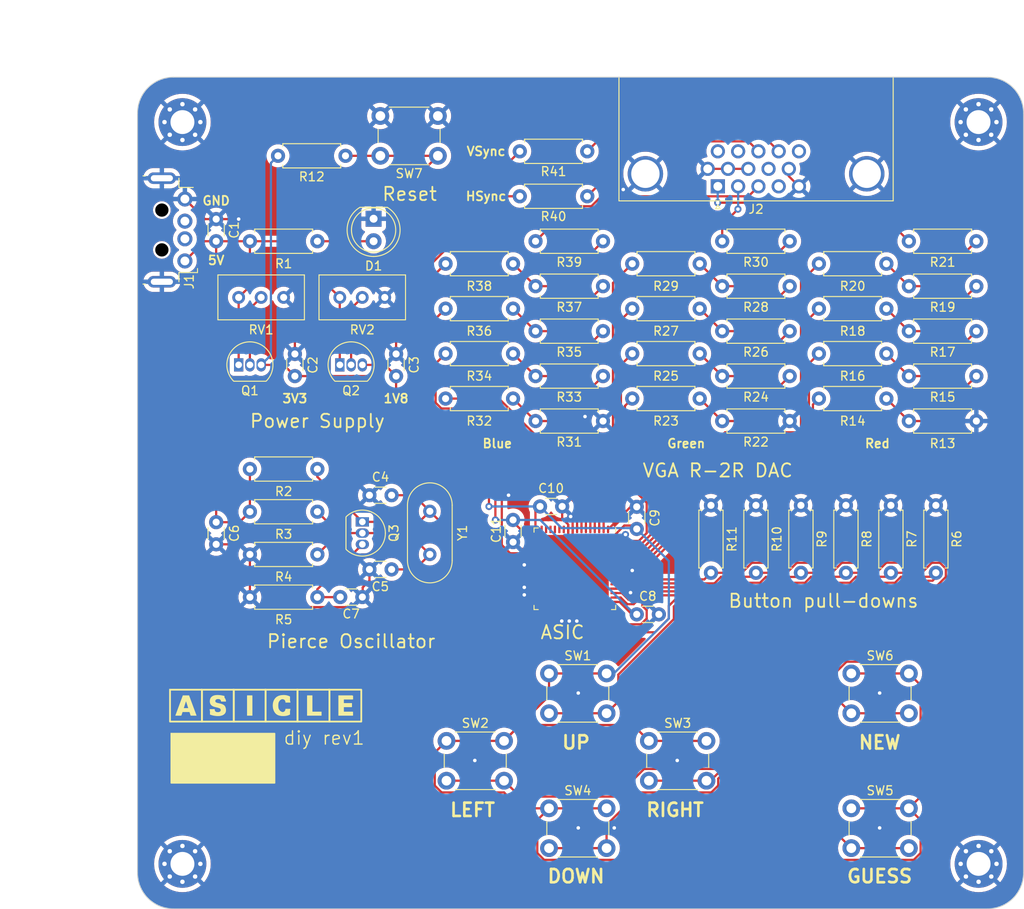
<source format=kicad_pcb>
(kicad_pcb (version 20240108) (generator "pcbnew") (generator_version "8.0")
  (layers (0 "F.Cu" signal) (31 "B.Cu" signal) (34 "B.Paste" user) (35 "F.Paste" user) (36 "B.SilkS" user "B.Silkscreen") (37 "F.SilkS" user "F.Silkscreen") (38 "B.Mask" user) (39 "F.Mask" user) (44 "Edge.Cuts" user))
  (net 0 "")
  (net 1 "+5V")
  (net 2 "GND")
  (net 3 "+3V3")
  (net 4 "+1V8")
  (net 5 "CLK")
  (net 6 "Net-(Q3-B)")
  (net 7 "Net-(Q3-E)")
  (net 8 "Net-(D1-A)")
  (net 11 "VGA_RED")
  (net 12 "VGA_GREEN")
  (net 13 "VGA_BLUE")
  (net 18 "VGA_HSYNC")
  (net 19 "VGA_VSYNC")
  (net 21 "Net-(Q1-B)")
  (net 22 "Net-(Q2-B)")
  (net 23 "IN_UP")
  (net 24 "IN_LEFT")
  (net 25 "IN_RIGHT")
  (net 26 "IN_DOWN")
  (net 27 "IN_GUESS")
  (net 28 "IN_NEW")
  (net 29 "~{RST}")
  (net 30 "Net-(R13-Pad1)")
  (net 31 "OUT_R0")
  (net 32 "Net-(R15-Pad2)")
  (net 33 "OUT_R1")
  (net 34 "OUT_R2")
  (net 35 "Net-(R17-Pad2)")
  (net 36 "OUT_R3")
  (net 37 "Net-(R19-Pad2)")
  (net 38 "OUT_G0")
  (net 39 "OUT_G1")
  (net 40 "OUT_G2")
  (net 41 "Net-(R24-Pad2)")
  (net 42 "OUT_G3")
  (net 43 "OUT_B0")
  (net 44 "OUT_B1")
  (net 45 "OUT_B2")
  (net 46 "Net-(R33-Pad2)")
  (net 47 "OUT_B3")
  (net 48 "OUT_HS")
  (net 49 "OUT_VS")
  (net 74 "Net-(R26-Pad2)")
  (net 75 "Net-(R28-Pad2)")
  (net 76 "Net-(R35-Pad2)")
  (net 77 "Net-(R37-Pad2)")
  (net 78 "Net-(R22-Pad2)")
  (net 79 "Net-(R31-Pad2)")
  (footprint "MountingHole:MountingHole_2.7mm_M2.5_Pad_Via" (layer "F.Cu") (at 57.15 121.158)
    (property "Reference" "H3" (hide yes))
    (property "Value" "MountingHole")
  )
  (footprint "Resistor_THT:R_Axial_DIN0207_L6.3mm_D2.5mm_P7.62mm_Horizontal" (layer "F.Cu") (at 86.868 68.58)
    (property "Reference" "R32")
    (property "Value" "680")
  )
  (footprint "Resistor_THT:R_Axial_DIN0207_L6.3mm_D2.5mm_P7.62mm_Horizontal" (layer "F.Cu") (at 129.032 58.42)
    (property "Reference" "R18")
    (property "Value" "680")
  )
  (footprint "Resistor_THT:R_Axial_DIN0207_L6.3mm_D2.5mm_P7.62mm_Horizontal" (layer "F.Cu") (at 95.25 40.64)
    (property "Reference" "R41")
    (property "Value" "100")
  )
  (footprint "Resistor_THT:R_Axial_DIN0207_L6.3mm_D2.5mm_P7.62mm_Horizontal" (layer "F.Cu") (at 104.648 66.04 180)
    (property "Reference" "R33")
    (property "Value" "270")
  )
  (footprint "User:Asicle_Logo_Subtracted" (layer "F.Cu") (at 66.548 103.378)
    (property "Reference" "G*****" (hide yes))
    (property "Value" "Asicle_Logo_Subtracted" (hide yes))
  )
  (footprint "Resistor_THT:R_Axial_DIN0207_L6.3mm_D2.5mm_P7.62mm_Horizontal" (layer "F.Cu") (at 146.812 50.8 180)
    (property "Reference" "R21")
    (property "Value" "100")
  )
  (footprint "MountingHole:MountingHole_2.7mm_M2.5_Pad_Via" (layer "F.Cu") (at 57.15 37.338)
    (property "Reference" "H1" (hide yes))
    (property "Value" "MountingHole")
  )
  (footprint "Resistor_THT:R_Axial_DIN0207_L6.3mm_D2.5mm_P7.62mm_Horizontal" (layer "F.Cu") (at 125.73 55.88 180)
    (property "Reference" "R28")
    (property "Value" "270")
  )
  (footprint "Resistor_THT:R_Axial_DIN0207_L6.3mm_D2.5mm_P7.62mm_Horizontal" (layer "F.Cu") (at 121.92 80.645 -90)
    (property "Reference" "R10")
    (property "Value" "47k")
  )
  (footprint "Capacitor_THT:C_Disc_D3.0mm_W1.6mm_P2.50mm" (layer "F.Cu") (at 60.96 50.8 90)
    (property "Reference" "C1")
    (property "Value" "100n")
  )
  (footprint "Package_TO_SOT_THT:TO-92_Inline" (layer "F.Cu") (at 77.47 82.51 -90)
    (property "Reference" "Q3")
    (property "Value" "BC548")
  )
  (footprint "Button_Switch_THT:SW_PUSH_6mm" (layer "F.Cu") (at 132.692 99.64)
    (property "Reference" "SW6")
    (property "Value" "New")
  )
  (footprint "MountingHole:MountingHole_2.7mm_M2.5_Pad_Via" (layer "F.Cu") (at 147.059 37.338)
    (property "Reference" "H2" (hide yes))
    (property "Value" "MountingHole")
  )
  (footprint "Potentiometer_THT:Potentiometer_Bourns_3296W_Vertical" (layer "F.Cu") (at 63.5 57.15 180)
    (property "Reference" "RV1")
    (property "Value" "5k")
  )
  (footprint "Package_TO_SOT_THT:TO-92_Inline" (layer "F.Cu") (at 63.5 64.77)
    (property "Reference" "Q1")
    (property "Value" "BC548")
  )
  (footprint "Capacitor_THT:C_Disc_D3.0mm_W1.6mm_P2.50mm" (layer "F.Cu") (at 108.458 80.812 -90)
    (property "Reference" "C9")
    (property "Value" "100n")
  )
  (footprint "Resistor_THT:R_Axial_DIN0207_L6.3mm_D2.5mm_P7.62mm_Horizontal" (layer "F.Cu") (at 107.95 68.58)
    (property "Reference" "R23")
    (property "Value" "680")
  )
  (footprint "Resistor_THT:R_Axial_DIN0207_L6.3mm_D2.5mm_P7.62mm_Horizontal" (layer "F.Cu") (at 132.08 80.645 -90)
    (property "Reference" "R8")
    (property "Value" "47k")
  )
  (footprint "Resistor_THT:R_Axial_DIN0207_L6.3mm_D2.5mm_P7.62mm_Horizontal" (layer "F.Cu") (at 95.25 45.72)
    (property "Reference" "R40")
    (property "Value" "100")
  )
  (footprint "Capacitor_THT:C_Disc_D3.0mm_W1.6mm_P2.50mm" (layer "F.Cu") (at 81.28 66.04 90)
    (property "Reference" "C3")
    (property "Value" "100n")
  )
  (footprint "Package_TO_SOT_THT:TO-92_Inline" (layer "F.Cu") (at 74.93 64.77)
    (property "Reference" "Q2")
    (property "Value" "BC548")
  )
  (footprint "Resistor_THT:R_Axial_DIN0207_L6.3mm_D2.5mm_P7.62mm_Horizontal" (layer "F.Cu") (at 125.73 60.96 180)
    (property "Reference" "R26")
    (property "Value" "270")
  )
  (footprint "Capacitor_THT:C_Disc_D3.0mm_W1.6mm_P2.50mm" (layer "F.Cu") (at 78.272 79.502)
    (property "Reference" "C4")
    (property "Value" "22p")
  )
  (footprint "Resistor_THT:R_Axial_DIN0207_L6.3mm_D2.5mm_P7.62mm_Horizontal" (layer "F.Cu") (at 125.73 50.8 180)
    (property "Reference" "R30")
    (property "Value" "100")
  )
  (footprint "Resistor_THT:R_Axial_DIN0207_L6.3mm_D2.5mm_P7.62mm_Horizontal" (layer "F.Cu") (at 107.95 53.34)
    (property "Reference" "R29")
    (property "Value" "680")
  )
  (footprint "Resistor_THT:R_Axial_DIN0207_L6.3mm_D2.5mm_P7.62mm_Horizontal" (layer "F.Cu") (at 107.95 63.5)
    (property "Reference" "R25")
    (property "Value" "680")
  )
  (footprint "Capacitor_THT:C_Disc_D3.0mm_W1.6mm_P2.50mm" (layer "F.Cu") (at 69.85 66.04 90)
    (property "Reference" "C2")
    (property "Value" "100n")
  )
  (footprint "Resistor_THT:R_Axial_DIN0207_L6.3mm_D2.5mm_P7.62mm_Horizontal" (layer "F.Cu") (at 107.95 58.42)
    (property "Reference" "R27")
    (property "Value" "680")
  )
  (footprint "Button_Switch_THT:SW_PUSH_6mm" (layer "F.Cu") (at 86.972 107.26)
    (property "Reference" "SW2")
    (property "Value" "Left")
  )
  (footprint "Resistor_THT:R_Axial_DIN0207_L6.3mm_D2.5mm_P7.62mm_Horizontal" (layer "F.Cu") (at 64.77 81.367)
    (property "Reference" "R3")
    (property "Value" "47k")
  )
  (footprint "Resistor_THT:R_Axial_DIN0207_L6.3mm_D2.5mm_P7.62mm_Horizontal" (layer "F.Cu") (at 86.868 63.5)
    (property "Reference" "R34")
    (property "Value" "680")
  )
  (footprint "Resistor_THT:R_Axial_DIN0207_L6.3mm_D2.5mm_P7.62mm_Horizontal" (layer "F.Cu") (at 104.648 71.12 180)
    (property "Reference" "R31")
    (property "Value" "680")
  )
  (footprint "Button_Switch_THT:SW_PUSH_6mm" (layer "F.Cu") (at 98.552 99.64)
    (property "Reference" "SW1")
    (property "Value" "Up")
  )
  (footprint "Resistor_THT:R_Axial_DIN0207_L6.3mm_D2.5mm_P7.62mm_Horizontal" (layer "F.Cu") (at 104.648 50.8 180)
    (property "Reference" "R39")
    (property "Value" "100")
  )
  (footprint "User:USB_A_LC_THT" (layer "F.Cu") (at 46.452 49.53 180)
    (property "Reference" "J1")
    (property "Value" "USB_A")
  )
  (footprint "Resistor_THT:R_Axial_DIN0207_L6.3mm_D2.5mm_P7.62mm_Horizontal" (layer "F.Cu") (at 146.812 55.88 180)
    (property "Reference" "R19")
    (property "Value" "270")
  )
  (footprint "Capacitor_THT:C_Disc_D3.0mm_W1.6mm_P2.50mm" (layer "F.Cu") (at 60.96 82.55 -90)
    (property "Reference" "C6")
    (property "Value" "100n")
  )
  (footprint "Button_Switch_THT:SW_PUSH_6mm" (layer "F.Cu") (at 86.002 41.148 180)
    (property "Reference" "SW7")
    (property "Value" "Reset")
  )
  (footprint "Crystal:Crystal_HC49-U_Vertical" (layer "F.Cu") (at 85.09 86.193 90)
    (property "Reference" "Y1")
    (property "Value" "25MHz")
  )
  (footprint "Capacitor_THT:C_Disc_D3.0mm_W1.6mm_P2.50mm" (layer "F.Cu") (at 78.272 87.884)
    (property "Reference" "C5")
    (property "Value" "22p")
  )
  (footprint "Resistor_THT:R_Axial_DIN0207_L6.3mm_D2.5mm_P7.62mm_Horizontal" (layer "F.Cu") (at 125.73 71.12 180)
    (property "Reference" "R22")
    (property "Value" "680")
  )
  (footprint "Resistor_THT:R_Axial_DIN0207_L6.3mm_D2.5mm_P7.62mm_Horizontal" (layer "F.Cu") (at 64.77 86.193)
    (property "Reference" "R4")
    (property "Value" "20k")
  )
  (footprint "LED_THT:LED_D5.0mm" (layer "F.Cu") (at 78.74 48.26 -90)
    (property "Reference" "D1")
    (property "Value" "LED")
  )
  (footprint "Resistor_THT:R_Axial_DIN0207_L6.3mm_D2.5mm_P7.62mm_Horizontal" (layer "F.Cu") (at 137.16 80.645 -90)
    (property "Reference" "R7")
    (property "Value" "47k")
  )
  (footprint "Resistor_THT:R_Axial_DIN0207_L6.3mm_D2.5mm_P7.62mm_Horizontal" (layer "F.Cu") (at 129.032 63.5)
    (property "Reference" "R16")
    (property "Value" "680")
  )
  (footprint "Resistor_THT:R_Axial_DIN0207_L6.3mm_D2.5mm_P7.62mm_Horizontal" (layer "F.Cu") (at 116.84 80.645 -90)
    (property "Reference" "R11")
    (property "Value" "47k")
  )
  (footprint "Resistor_THT:R_Axial_DIN0207_L6.3mm_D2.5mm_P7.62mm_Horizontal" (layer "F.Cu") (at 129.032 53.34)
    (property "Reference" "R20")
    (property "Value" "680")
  )
  (footprint "Resistor_THT:R_Axial_DIN0207_L6.3mm_D2.5mm_P7.62mm_Horizontal" (layer "F.Cu") (at 75.565 41.148 180)
    (property "Reference" "R12")
    (property "Value" "47k")
  )
  (footprint "Resistor_THT:R_Axial_DIN0207_L6.3mm_D2.5mm_P7.62mm_Horizontal" (layer "F.Cu") (at 146.812 66.04 180)
    (property "Reference" "R15")
    (property "Value" "270")
  )
  (footprint "Resistor_THT:R_Axial_DIN0207_L6.3mm_D2.5mm_P7.62mm_Horizontal" (layer "F.Cu") (at 64.77 91.019)
    (property "Reference" "R5")
    (property "Value" "1k")
  )
  (footprint "Resistor_THT:R_Axial_DIN0207_L6.3mm_D2.5mm_P7.62mm_Horizontal" (layer "F.Cu") (at 104.648 60.96 180)
    (property "Reference" "R35")
    (property "Value" "270")
  )
  (footprint "Capacitor_THT:C_Disc_D3.0mm_W1.6mm_P2.50mm" (layer "F.Cu") (at 108.458 92.964)
    (property "Reference" "C8")
    (property "Value" "100n")
  )
  (footprint "Button_Switch_THT:SW_PUSH_6mm" (layer "F.Cu") (at 132.692 114.88)
    (property "Reference" "SW5")
    (property "Value" "Guess")
  )
  (footprint "Connector_Dsub:DSUB-15-HD_Female_Horizontal_P2.29x1.98mm_EdgePinOffset8.35mm_Housed_MountingHolesOffset10.89mm" (layer "F.Cu") (at 117.62 44.6 180)
    (property "Reference" "J2")
    (property "Value" "DE15_Receptacle_HighDensity_MountingHoles")
  )
  (footprint "Resistor_THT:R_Axial_DIN0207_L6.3mm_D2.5mm_P7.62mm_Horizontal" (layer "F.Cu") (at 86.868 58.42)
    (property "Reference" "R36")
    (property "Value" "680")
  )
  (footprint "Resistor_THT:R_Axial_DIN0207_L6.3mm_D2.5mm_P7.62mm_Horizontal" (layer "F.Cu") (at 129.032 68.58)
    (property "Reference" "R14")
    (property "Value" "680")
  )
  (footprint "Resistor_THT:R_Axial_DIN0207_L6.3mm_D2.5mm_P7.62mm_Horizontal" (layer "F.Cu") (at 125.73 66.04 180)
    (property "Reference" "R24")
    (property "Value" "270")
  )
  (footprint "Capacitor_THT:C_Disc_D3.0mm_W1.6mm_P2.50mm" (layer "F.Cu") (at 97.536 80.772)
    (property "Reference" "C10")
    (property "Value" "100n")
  )
  (footprint "Resistor_THT:R_Axial_DIN0207_L6.3mm_D2.5mm_P7.62mm_Horizontal" (layer "F.Cu") (at 104.648 55.88 180)
    (property "Reference" "R37")
    (property "Value" "270")
  )
  (footprint "Resistor_THT:R_Axial_DIN0207_L6.3mm_D2.5mm_P7.62mm_Horizontal" (layer "F.Cu") (at 127 80.645 -90)
    (property "Reference" "R9")
    (property "Value" "47k")
  )
  (footprint "Resistor_THT:R_Axial_DIN0207_L6.3mm_D2.5mm_P7.62mm_Horizontal" (layer "F.Cu") (at 139.192 71.12)
    (property "Reference" "R13")
    (property "Value" "680")
  )
  (footprint "MountingHole:MountingHole_2.7mm_M2.5_Pad_Via" (layer "F.Cu") (at 147.066 121.158)
    (property "Reference" "H4" (hide yes))
    (property "Value" "MountingHole")
  )
  (footprint "Resistor_THT:R_Axial_DIN0207_L6.3mm_D2.5mm_P7.62mm_Horizontal" (layer "F.Cu") (at 86.868 53.34)
    (property "Reference" "R38")
    (property "Value" "680")
  )
  (footprint "Resistor_THT:R_Axial_DIN0207_L6.3mm_D2.5mm_P7.62mm_Horizontal" (layer "F.Cu") (at 64.77 50.8)
    (property "Reference" "R1")
    (property "Value" "200")
  )
  (footprint "Button_Switch_THT:SW_PUSH_6mm" (layer "F.Cu") (at 98.552 114.88)
    (property "Reference" "SW4")
    (property "Value" "Down")
  )
  (footprint "Resistor_THT:R_Axial_DIN0207_L6.3mm_D2.5mm_P7.62mm_Horizontal" (layer "F.Cu") (at 64.77 76.541)
    (property "Reference" "R2")
    (property "Value" "3.3k")
  )
  (footprint "Button_Switch_THT:SW_PUSH_6mm" (layer "F.Cu") (at 109.832 107.26)
    (property "Reference" "SW3")
    (property "Value" "Right")
  )
  (footprint "Capacitor_THT:C_Disc_D3.0mm_W1.6mm_P2.50mm" (layer "F.Cu") (at 77.47 91.0082 180)
    (property "Reference" "C7")
    (property "Value" "100n")
  )
  (footprint "Capacitor_THT:C_Disc_D3.0mm_W1.6mm_P2.50mm" (layer "F.Cu") (at 94.488 82.296 -90)
    (property "Reference" "C11")
    (property "Value" "100n")
  )
  (footprint "Resistor_THT:R_Axial_DIN0207_L6.3mm_D2.5mm_P7.62mm_Horizontal" (layer "F.Cu") (at 142.24 80.645 -90)
    (property "Reference" "R6")
    (property "Value" "47k")
  )
  (footprint "Potentiometer_THT:Potentiometer_Bourns_3296W_Vertical" (layer "F.Cu") (at 74.92 57.15 180)
    (property "Reference" "RV2")
    (property "Value" "5k")
  )
  (footprint "Package_DFN_QFN:QFN-64-1EP_9x9mm_P0.5mm_EP7.65x7.65mm" (layer "F.Cu") (at 101.468 87.812 -90)
    (property "Reference" "U3" (hide yes))
    (property "Value" "Caravel")
  )
  (footprint "Resistor_THT:R_Axial_DIN0207_L6.3mm_D2.5mm_P7.62mm_Horizontal" (layer "F.Cu") (at 146.812 60.96 180)
    (property "Reference" "R17")
    (property "Value" "270")
  )
  (gr_rect (start 55.88 106.426) (end 67.564 112.014) (stroke (width 0.15)) (fill solid) (layer "F.SilkS"))
  (gr_arc (start 152.146 122.174) (mid 150.955681 125.047681) (end 148.082 126.238) (stroke (width 0.1)) (layer "Edge.Cuts"))
  (gr_arc (start 56.134 126.238) (mid 53.260319 125.047681) (end 52.07 122.174) (stroke (width 0.1)) (layer "Edge.Cuts"))
  (gr_arc (start 148.082 32.258) (mid 150.955681 33.448319) (end 152.146 36.322) (stroke (width 0.1)) (layer "Edge.Cuts"))
  (gr_line (start 56.134 32.258) (end 148.082 32.258) (stroke (width 0.1)) (layer "Edge.Cuts"))
  (gr_line (start 152.146 36.322) (end 152.146 122.174) (stroke (width 0.1)) (layer "Edge.Cuts"))
  (gr_line (start 52.07 122.174) (end 52.07 36.322) (stroke (width 0.1)) (layer "Edge.Cuts"))
  (gr_arc (start 52.07 36.322) (mid 53.260318 33.448319) (end 56.134 32.258) (stroke (width 0.1)) (layer "Edge.Cuts"))
  (gr_line (start 148.082 126.238) (end 56.134 126.238) (stroke (width 0.1)) (layer "Edge.Cuts"))
  (gr_text "GUESS" (at 135.89 122.555 0) (layer "F.SilkS") (effects (font (size 1.5 1.5) (thickness 0.3) (bold yes))))
  (gr_text "UP" (at 101.6 107.442 0) (layer "F.SilkS") (effects (font (size 1.5 1.5) (thickness 0.3) (bold yes))))
  (gr_text "Red" (at 135.636 73.66 0) (layer "F.SilkS") (effects (font (size 1 1) (thickness 0.2))))
  (gr_text "3V3" (at 69.85 68.58 0) (layer "F.SilkS") (effects (font (size 1 1) (thickness 0.2))))
  (gr_text "NEW" (at 135.89 107.442 0) (layer "F.SilkS") (effects (font (size 1.5 1.5) (thickness 0.3) (bold yes))))
  (gr_text "Power Supply" (at 72.39 71.12 0) (layer "F.SilkS") (effects (font (size 1.5 1.5) (thickness 0.2))))
  (gr_text "Pierce Oscillator" (at 76.2 96.012 0) (layer "F.SilkS") (effects (font (size 1.5 1.5) (thickness 0.2))))
  (gr_text "Button pull-downs" (at 129.54 91.44 0) (layer "F.SilkS") (effects (font (size 1.5 1.5) (thickness 0.2))))
  (gr_text "Blue" (at 92.71 73.66 0) (layer "F.SilkS") (effects (font (size 1 1) (thickness 0.2))))
  (gr_text "DOWN" (at 101.6 122.555 0) (layer "F.SilkS") (effects (font (size 1.5 1.5) (thickness 0.3) (bold yes))))
  (gr_text "diy rev1" (at 73.152 106.934 0) (layer "F.SilkS") (effects (font (size 1.5 1.5))))
  (gr_text "5V" (at 60.96 52.959 0) (layer "F.SilkS") (effects (font (size 1 1) (thickness 0.2))))
  (gr_text "GND" (at 60.96 46.228 0) (layer "F.SilkS") (effects (font (size 1 1) (thickness 0.2))))
  (gr_text "ASIC" (at 100.076 94.996 0) (layer "F.SilkS") (effects (font (size 1.5 1.5) (thickness 0.2))))
  (gr_text "1V8" (at 81.28 68.58 0) (layer "F.SilkS") (effects (font (size 1 1) (thickness 0.2))))
  (gr_text "HSync" (at 91.44 45.72 0) (layer "F.SilkS") (effects (font (size 1 1) (thickness 0.2))))
  (gr_text "RIGHT" (at 112.776 115.062 0) (layer "F.SilkS") (effects (font (size 1.5 1.5) (thickness 0.3) (bold yes))))
  (gr_text "Green" (at 114.046 73.66 0) (layer "F.SilkS") (effects (font (size 1 1) (thickness 0.2))))
  (gr_text "LEFT" (at 89.916 115.062 0) (layer "F.SilkS") (effects (font (size 1.5 1.5) (thickness 0.3) (bold yes))))
  (gr_text "Reset" (at 82.804 45.466 0) (layer "F.SilkS") (effects (font (size 1.5 1.5) (thickness 0.2))))
  (gr_text "VGA R-2R DAC" (at 117.602 76.708 0) (layer "F.SilkS") (effects (font (size 1.5 1.5) (thickness 0.2))))
  (gr_text "VSync" (at 91.44 40.64 0) (layer "F.SilkS") (effects (font (size 1 1) (thickness 0.2))))
  (segment (start 74.92 57.15) (end 74.92 64.76) (width 0.25) (layer "F.Cu") (net 1))
  (segment (start 60.96 82.55) (end 63.587 82.55) (width 0.25) (layer "F.Cu") (net 1))
  (segment (start 59.657 50.8) (end 60.96 50.8) (width 0.25) (layer "F.Cu") (net 1))
  (segment (start 57.427 53.03) (end 59.657 50.8) (width 0.25) (layer "F.Cu") (net 1))
  (segment (start 60.96 50.8) (end 60.96 82.55) (width 0.25) (layer "F.Cu") (net 1))
  (segment (start 68.57 50.8) (end 74.92 57.15) (width 0.25) (layer "F.Cu") (net 1))
  (segment (start 63.587 82.55) (end 64.77 81.367) (width 0.25) (layer "F.Cu") (net 1))
  (segment (start 63.5 64.77) (end 63.5 57.15) (width 0.25) (layer "F.Cu") (net 1))
  (segment (start 64.77 55.88) (end 63.5 57.15) (width 0.25) (layer "F.Cu") (net 1))
  (segment (start 60.96 50.8) (end 64.77 50.8) (width 0.25) (layer "F.Cu") (net 1))
  (segment (start 64.77 50.8) (end 64.77 55.88) (width 0.25) (layer "F.Cu") (net 1))
  (segment (start 64.77 50.8) (end 68.57 50.8) (width 0.25) (layer "F.Cu") (net 1))
  (segment (start 64.77 76.541) (end 64.77 81.367) (width 0.25) (layer "F.Cu") (net 1))
  (segment (start 74.92 64.76) (end 74.93 64.77) (width 0.25) (layer "F.Cu") (net 1))
  (segment (start 104.718 91.062) (end 101.468 87.812) (width 0.25) (layer "F.Cu") (net 2))
  (segment (start 76.3342 92.144) (end 77.47 91.0082) (width 0.25) (layer "F.Cu") (net 2))
  (segment (start 101.218 82.1345) (end 100.9935 81.91) (width 0.25) (layer "F.Cu") (net 2))
  (segment (start 99.218 90.062) (end 101.468 87.812) (width 0.25) (layer "F.Cu") (net 2))
  (segment (start 97.018 87.062) (end 96.067 87.062) (width 0.25) (layer "F.Cu") (net 2))
  (segment (start 77.51 89.916) (end 77.51 90.9682) (width 0.25) (layer "F.Cu") (net 2))
  (segment (start 106.984812 90.062) (end 107.431312 90.5085) (width 0.25) (layer "F.Cu") (net 2))
  (segment (start 105.918 90.062) (end 103.718 90.062) (width 0.25) (layer "F.Cu") (net 2))
  (segment (start 57.427 46.03) (end 59.697 48.3) (width 0.25) (layer "F.Cu") (net 2))
  (segment (start 111.34 45.085) (end 109.435 43.18) (width 0.25) (layer "F.Cu") (net 2))
  (segment (start 97.018 87.062) (end 100.718 87.062) (width 0.25) (layer "F.Cu") (net 2))
  (segment (start 101.218 88.062) (end 101.468 87.812) (width 0.25) (layer "F.Cu") (net 2))
  (segment (start 104.718 93.035396) (end 106.221604 94.539) (width 0.25) (layer "F.Cu") (net 2))
  (segment (start 106.221604 94.539) (end 109.383 94.539) (width 0.25) (layer "F.Cu") (net 2))
  (segment (start 106.550319 84.562) (end 107.170319 83.942) (width 0.25) (layer "F.Cu") (net 2))
  (segment (start 101.218 92.262) (end 101.218 88.062) (width 0.25) (layer "F.Cu") (net 2))
  (segment (start 100.718 92.262) (end 100.718 88.562) (width 0.25) (layer "F.Cu") (net 2))
  (segment (start 69.85 58.42) (end 68.58 57.15) (width 0.25) (layer "F.Cu") (net 2))
  (segment (start 100.718 87.062) (end 101.468 87.812) (width 0.25) (layer "F.Cu") (net 2))
  (segment (start 64.77 86.193) (end 64.77 91.019) (width 0.25) (layer "F.Cu") (net 2))
  (segment (start 105.218 83.362) (end 107.768 80.812) (width 0.25) (layer "F.Cu") (net 2))
  (segment (start 107.768 80.812) (end 108.458 80.812) (width 0.25) (layer "F.Cu") (net 2))
  (segment (start 103.718 90.062) (end 101.468 87.812) (width 0.25) (layer "F.Cu") (net 2))
  (segment (start 100.523 82.611) (end 100.036 82.124) (width 0.25) (layer "F.Cu") (net 2))
  (segment (start 104.718 92.262) (end 104.718 91.062) (width 0.25) (layer "F.Cu") (net 2))
  (segment (start 96.067 87.062) (end 95.758 87.371) (width 0.25) (layer "F.Cu") (net 2))
  (segment (start 100.036 82.124) (end 100.036 80.772) (width 0.25) (layer "F.Cu") (net 2))
  (segment (start 100.218 93.491497) (end 99.988497 93.721) (width 0.25) (layer "F.Cu") (net 2))
  (segment (start 77.51 89.916) (end 78.272 89.154) (width 0.25) (layer "F.Cu") (net 2))
  (segment (start 100.718 92.262) (end 100.718 93.601) (width 0.25) (layer "F.Cu") (net 2))
  (segment (start 64.77 91.019) (end 65.895 92.144) (width 0.25) (layer "F.Cu") (net 2))
  (segment (start 65.895 92.144) (end 76.3342 92.144) (width 0.25) (layer "F.Cu") (net 2))
  (segment (start 100.218 89.062) (end 101.468 87.812) (width 0.25) (layer "F.Cu") (net 2))
  (segment (start 105.918 90.062) (end 106.984812 90.062) (width 0.25) (layer "F.Cu") (net 2))
  (segment (start 77.51 90.9682) (end 77.47 91.0082) (width 0.25) (layer "F.Cu") (net 2))
  (segment (start 105.918 88.062) (end 101.718 88.062) (width 0.25) (layer "F.Cu") (net 2))
  (segment (start 69.85 63.54) (end 69.85 58.42) (width 0.25) (layer "F.Cu") (net 2))
  (segment (start 98.718 90.562) (end 101.468 87.812) (width 0.25) (layer "F.Cu") (net 2))
  (segment (start 101.218 93.251497) (end 101.687503 93.721) (width 0.25) (layer "F.Cu") (net 2))
  (segment (start 104.718 84.562) (end 101.468 87.812) (width 0.25) (layer "F.Cu") (net 2))
  (segment (start 97.018 85.562) (end 99.218 85.562) (width 0.25) (layer "F.Cu") (net 2))
  (segment (start 114.01 45.085) (end 111.34 45.085) (width 0.25) (layer "F.Cu") (net 2))
  (segment (start 100.718 83.362) (end 100.718 82.806) (width 0.25) (layer "F.Cu") (net 2))
  (segment (start 109.383 94.539) (end 110.958 92.964) (width 0.25) (layer "F.Cu") (net 2))
  (segment (start 116.475 42.62) (end 121.055 42.62) (width 0.25) (layer "F.Cu") (net 2))
  (segment (start 125.635 43.455) (end 126.78 44.6) (width 0.25) (layer "F.Cu") (net 2))
  (segment (start 97.018 90.062) (end 99.218 90.062) (width 0.25) (layer "F.Cu") (net 2))
  (segment (start 97.018 90.562) (end 98.718 90.562) (width 0.25) (layer "F.Cu") (net 2))
  (segment (start 60.96 85.05) (end 63.627 85.05) (width 0.25) (layer "F.Cu") (net 2))
  (segment (start 107.480499 88.062) (end 107.894 88.062) (width 0.25) (layer "F.Cu") (net 2))
  (segment (start 105.918 88.062) (end 107.480499 88.062) (width 0.25) (layer "F.Cu") (net 2))
  (segment (start 101.218 92.262) (end 101.218 93.251497) (width 0.25) (layer "F.Cu") (net 2))
  (segment (start 107.170319 83.942) (end 107.188 83.942) (width 0.25) (layer "F.Cu") (net 2))
  (segment (start 99.218 85.562) (end 101.468 87.812) (width 0.25) (layer "F.Cu") (net 2))
  (segment (start 107.894 88.062) (end 107.95 88.006) (width 0.25) (layer "F.Cu") (net 2))
  (segment (start 97.018 90.062) (end 95.909 90.062) (width 0.25) (layer "F.Cu") (net 2))
  (segment (start 78.272 89.154) (end 78.272 87.884) (width 0.25) (layer "F.Cu") (net 2))
  (segment (start 59.697 48.3) (end 60.96 48.3) (width 0.25) (layer "F.Cu") (net 2))
  (segment (start 100.218 92.262) (end 100.218 89.062) (width 0.25) (layer "F.Cu") (net 2))
  (segment (start 116.475 42.62) (end 114.01 45.085) (width 0.25) (layer "F.Cu") (net 2))
  (segment (start 104.718 92.262) (end 104.718 93.035396) (width 0.25) (layer "F.Cu") (net 2))
  (segment (start 101.718 88.062) (end 101.468 87.812) (width 0.25) (layer "F.Cu") (net 2))
  (segment (start 78.7 48.3) (end 78.74 48.26) (width 0.25) (layer "F.Cu") (net 2))
  (segment (start 95.956503 90.562) (end 95.758 90.760503) (width 0.25) (layer "F.Cu") (net 2))
  (segment (start 105.168 84.112) (end 101.468 87.812) (width 0.25) (layer "F.Cu") (net 2))
  (segment (start 60.96 48.3) (end 78.7 48.3) (width 0.25) (layer "F.Cu") (net 2))
  (segment (start 100.718 83.362) (end 100.718 82.926) (width 0.25) (layer "F.Cu") (net 2))
  (segment (start 100.718 93.601) (end 100.838 93.721) (width 0.25) (layer "F.Cu") (net 2))
  (segment (start 81.28 58.43) (end 80 57.15) (width 0.25) (layer "F.Cu") (net 2))
  (segment (start 101.218 87.562) (end 101.468 87.812) (width 0.25) (layer "F.Cu") (net 2))
  (segment (start 100.718 88.562) (end 101.468 87.812) (width 0.25) (layer "F.Cu") (net 2))
  (segment (start 105.918 84.562) (end 104.718 84.562) (width 0.25) (layer "F.Cu") (net 2))
  (segment (start 95.254 85.562) (end 94.488 84.796) (width 0.25) (layer "F.Cu") (net 2))
  (segment (start 105.918 84.562) (end 106.550319 84.562) (width 0.25) (layer "F.Cu") (net 2))
  (segment (start 101.218 83.362) (end 101.218 82.1345) (width 0.25) (layer "F.Cu") (net 2))
  (segment (start 97.018 85.562) (end 95.254 85.562) (width 0.25) (layer "F.Cu") (net 2))
  (segment (start 81.28 63.54) (end 81.28 58.43) (width 0.25) (layer "F.Cu") (net 2))
  (segment (start 97.018 90.562) (end 95.956503 90.562) (width 0.25) (layer "F.Cu") (net 2))
  (segment (start 125.635 42.62) (end 125.635 43.455) (width 0.25) (layer "F.Cu") (net 2))
  (segment (start 101.218 83.362) (end 101.218 87.562) (width 0.25) (layer "F.Cu") (net 2))
  (segment (start 95.909 90.062) (end 95.758 89.911) (width 0.25) (layer "F.Cu") (net 2))
  (segment (start 100.218 92.262) (end 100.218 93.491497) (width 0.25) (layer "F.Cu") (net 2))
  (segment (start 100.718 83.362) (end 100.718 87.062) (width 0.25) (layer "F.Cu") (net 2))
  (segment (start 107.431312 90.5085) (end 107.756471 90.5085) (width 0.25) (layer "F.Cu") (net 2))
  (segment (start 100.718 82.806) (end 100.523 82.611) (width 0.25) (layer "F.Cu") (net 2))
  (segment (start 63.627 85.05) (end 64.77 86.193) (width 0.25) (layer "F.Cu") (net 2))
  (via (at 135.89 117.094) (size 0.8) (drill 0.4) (layers "F.Cu" "B.Cu") (net 2))
  (via (at 105.918 117.094) (size 0.8) (drill 0.4) (layers "F.Cu" "B.Cu") (net 2))
  (via (at 95.758 89.911) (size 0.8) (drill 0.4) (layers "F.Cu" "B.Cu") (net 2))
  (via (at 95.758 87.371) (size 0.8) (drill 0.4) (layers "F.Cu" "B.Cu") (net 2))
  (via (at 63.5 48.3) (size 0.8) (drill 0.4) (layers "F.Cu" "B.Cu") (net 2))
  (via (at 106.934 44.958) (size 0.8) (drill 0.4) (layers "F.Cu" "B.Cu") (net 2))
  (via (at 135.89 101.854) (size 0.8) (drill 0.4) (layers "F.Cu" "B.Cu") (net 2))
  (via (at 101.854 117.094) (size 0.8) (drill 0.4) (layers "F.Cu" "B.Cu") (net 2))
  (via (at 100.9935 81.91) (size 0.8) (drill 0.4) (layers "F.Cu" "B.Cu") (net 2))
  (via (at 107.188 83.942) (size 0.8) (drill 0.4) (layers "F.Cu" "B.Cu") (net 2))
  (via (at 95.758 90.760503) (size 0.8) (drill 0.4) (layers "F.Cu" "B.Cu") (net 2))
  (via (at 101.854 101.854) (size 0.8) (drill 0.4) (layers "F.Cu" "B.Cu") (net 2))
  (via (at 101.687503 93.721) (size 0.8) (drill 0.4) (layers "F.Cu" "B.Cu") (net 2))
  (via (at 99.988497 93.721) (size 0.8) (drill 0.4) (layers "F.Cu" "B.Cu") (net 2))
  (via (at 107.756471 90.5085) (size 0.8) (drill 0.4) (layers "F.Cu" "B.Cu") (net 2))
  (via (at 93.98 79.502) (size 0.8) (drill 0.4) (layers "F.Cu" "B.Cu") (net 2))
  (via (at 113.03 109.474) (size 0.8) (drill 0.4) (layers "F.Cu" "B.Cu") (net 2))
  (via (at 100.838 93.721) (size 0.8) (drill 0.4) (layers "F.Cu" "B.Cu") (net 2))
  (via (at 107.95 88.006) (size 0.8) (drill 0.4) (layers "F.Cu" "B.Cu") (net 2))
  (via (at 90.17 109.474) (size 0.8) (drill 0.4) (layers "F.Cu" "B.Cu") (net 2))
  (via (at 102.616 70.612) (size 0.8) (drill 0.4) (layers "F.Cu" "B.Cu") (net 2))
  (segment (start 78.282237 66.04) (end 91.769 79.526763) (width 0.25) (layer "F.Cu") (net 3))
  (segment (start 97.227 116.205) (end 97.227 119.928833) (width 0.25) (layer "F.Cu") (net 3))
  (segment (start 66.04 64.77) (end 68.58 64.77) (width 0.25) (layer "F.Cu") (net 3))
  (segment (start 85.647 108.585) (end 85.647 112.308833) (width 0.25) (layer "F.Cu") (net 3))
  (segment (start 105.052 99.64) (end 98.552 99.64) (width 0.25) (layer "F.Cu") (net 3))
  (segment (start 86.972 107.26) (end 85.647 108.585) (width 0.25) (layer "F.Cu") (net 3))
  (segment (start 139.192 114.88) (end 132.692 114.88) (width 0.25) (layer "F.Cu") (net 3))
  (segment (start 98.552 114.88) (end 97.227 116.205) (width 0.25) (layer "F.Cu") (net 3))
  (segment (start 97.018 81.29) (end 97.018 83.312) (width 0.25) (layer "F.Cu") (net 3))
  (segment (start 108.037 105.465) (end 109.832 107.26) (width 0.25) (layer "F.Cu") (net 3))
  (segment (start 95.267 114.88) (end 98.552 114.88) (width 0.25) (layer "F.Cu") (net 3))
  (segment (start 76.454 66.04) (end 78.282237 66.04) (width 0.25) (layer "F.Cu") (net 3))
  (segment (start 86.423167 113.085) (end 93.472 113.085) (width 0.25) (layer "F.Cu") (net 3))
  (segment (start 97.536 80.772) (end 97.018 81.29) (width 0.25) (layer "F.Cu") (net 3))
  (segment (start 139.192 99.64) (end 132.692 99.64) (width 0.25) (layer "F.Cu") (net 3))
  (segment (start 140.517 113.555) (end 140.517 100.965) (width 0.25) (layer "F.Cu") (net 3))
  (segment (start 93.472 107.26) (end 86.972 107.26) (width 0.25) (layer "F.Cu") (net 3))
  (segment (start 139.192 114.88) (end 140.517 113.555) (width 0.25) (layer "F.Cu") (net 3))
  (segment (start 69.85 66.04) (end 76.454 66.04) (width 0.25) (layer "F.Cu") (net 3))
  (segment (start 95.267 105.465) (end 108.037 105.465) (width 0.25) (layer "F.Cu") (net 3))
  (segment (start 140.517 116.205) (end 139.192 114.88) (width 0.25) (layer "F.Cu") (net 3))
  (segment (start 93.472 107.26) (end 95.267 105.465) (width 0.25) (layer "F.Cu") (net 3))
  (segment (start 91.769 79.526763) (end 91.769 80.772) (width 0.25) (layer "F.Cu") (net 3))
  (segment (start 98.552 99.64) (end 98.552 102.18) (width 0.25) (layer "F.Cu") (net 3))
  (segment (start 68.58 64.77) (end 69.85 66.04) (width 0.25) (layer "F.Cu") (net 3))
  (segment (start 140.517 119.928833) (end 140.517 116.205) (width 0.25) (layer "F.Cu") (net 3))
  (segment (start 98.003167 120.705) (end 139.740833 120.705) (width 0.25) (layer "F.Cu") (net 3))
  (segment (start 116.332 107.26) (end 109.832 107.26) (width 0.25) (layer "F.Cu") (net 3))
  (segment (start 97.018 84.062) (end 97.018 83.312) (width 0.25) (layer "F.Cu") (net 3))
  (segment (start 105.052 114.88) (end 98.552 114.88) (width 0.25) (layer "F.Cu") (net 3))
  (segment (start 108.072 82.926) (end 108.458 83.312) (width 0.25) (layer "F.Cu") (net 3))
  (segment (start 139.740833 120.705) (end 140.517 119.928833) (width 0.25) (layer "F.Cu") (net 3))
  (segment (start 98.552 102.18) (end 93.472 107.26) (width 0.25) (layer "F.Cu") (net 3))
  (segment (start 97.227 119.928833) (end 98.003167 120.705) (width 0.25) (layer "F.Cu") (net 3))
  (segment (start 140.517 100.965) (end 139.192 99.64) (width 0.25) (layer "F.Cu") (net 3))
  (segment (start 93.472 113.085) (end 95.267 114.88) (width 0.25) (layer "F.Cu") (net 3))
  (segment (start 107.054 82.926) (end 105.918 84.062) (width 0.25) (layer "F.Cu") (net 3))
  (segment (start 85.647 112.308833) (end 86.423167 113.085) (width 0.25) (layer "F.Cu") (net 3))
  (segment (start 107.054 82.926) (end 108.072 82.926) (width 0.25) (layer "F.Cu") (net 3))
  (via (at 91.769 80.772) (size 0.8) (drill 0.4) (layers "F.Cu" "B.Cu") (net 3))
  (segment (start 67.145001 63.664999) (end 66.04 64.77) (width 0.25) (layer "B.Cu") (net 3))
  (segment (start 97.536 80.772) (end 99.981 83.217) (width 0.25) (layer "B.Cu") (net 3))
  (segment (start 105.872991 99.64) (end 105.052 99.64) (width 0.25) (layer "B.Cu") (net 3))
  (segment (start 112.083 86.937) (end 112.083 93.429991) (width 0.25) (layer "B.Cu") (net 3))
  (segment (start 99.981 83.217) (end 108.363 83.217) (width 0.25) (layer "B.Cu") (net 3))
  (segment (start 112.083 93.429991) (end 105.872991 99.64) (width 0.25) (layer "B.Cu") (net 3))
  (segment (start 108.363 83.217) (end 108.458 83.312) (width 0.25) (layer "B.Cu") (net 3))
  (segment (start 108.458 83.312) (end 112.083 86.937) (width 0.25) (layer "B.Cu") (net 3))
  (segment (start 91.769 80.772) (end 97.536 80.772) (width 0.25) (layer "B.Cu") (net 3))
  (segment (start 67.945 41.148) (end 67.145001 41.947999) (width 0.25) (layer "B.Cu") (net 3))
  (segment (start 67.145001 41.947999) (end 67.145001 63.664999) (width 0.25) (layer "B.Cu") (net 3))
  (segment (start 94.488 82.50674) (end 94.488 82.296) (width 0.25) (layer "F.Cu") (net 4))
  (segment (start 96.54326 84.562) (end 94.488 82.50674) (width 0.25) (layer "F.Cu") (net 4))
  (segment (start 106.511874 91.562) (end 107.913874 92.964) (width 0.25) (layer "F.Cu") (net 4))
  (segment (start 80.01 64.77) (end 81.28 66.04) (width 0.25) (layer "F.Cu") (net 4))
  (segment (start 92.4935 79.614867) (end 92.4935 82.296) (width 0.25) (layer "F.Cu") (net 4))
  (segment (start 81.28 68.401367) (end 83.306604 70.427971) (width 0.25) (layer "F.Cu") (net 4))
  (segment (start 81.28 67.31) (end 81.28 68.401367) (width 0.25) (layer "F.Cu") (net 4))
  (segment (start 77.47 64.77) (end 80.01 64.77) (width 0.25) (layer "F.Cu") (net 4))
  (segment (start 97.018 84.562) (end 96.54326 84.562) (width 0.25) (layer "F.Cu") (net 4))
  (segment (start 83.306604 70.427971) (end 92.4935 79.614867) (width 0.25) (layer "F.Cu") (net 4))
  (segment (start 105.918 91.562) (end 106.511874 91.562) (width 0.25) (layer "F.Cu") (net 4))
  (segment (start 107.913874 92.964) (end 108.458 92.964) (width 0.25) (layer "F.Cu") (net 4))
  (segment (start 81.28 66.04) (end 81.28 67.31) (width 0.25) (layer "F.Cu") (net 4))
  (via (at 92.4935 82.296) (size 0.8) (drill 0.4) (layers "F.Cu" "B.Cu") (net 4))
  (segment (start 92.4935 82.296) (end 94.488 82.296) (width 0.25) (layer "B.Cu") (net 4))
  (segment (start 97.557 82.296) (end 108.225 92.964) (width 0.25) (layer "B.Cu") (net 4))
  (segment (start 94.488 82.296) (end 97.557 82.296) (width 0.25) (layer "B.Cu") (net 4))
  (segment (start 83.058 79.502) (end 83.279 79.502) (width 0.25) (layer "F.Cu") (net 5))
  (segment (start 72.39 76.541) (end 72.39 77.43) (width 0.25) (layer "F.Cu") (net 5))
  (segment (start 83.058 79.502) (end 80.772 79.502) (width 0.25) (layer "F.Cu") (net 5))
  (segment (start 83.893 82.51) (end 85.09 81.313) (width 0.25) (layer "F.Cu") (net 5))
  (segment (start 83.279 79.502) (end 83.8035 80.0265) (width 0.25) (layer "F.Cu") (net 5))
  (segment (start 83.8035 80.0265) (end 85.09 81.313) (width 0.25) (layer "F.Cu") (net 5))
  (segment (start 97.018 86.562) (end 90.339 86.562) (width 0.25) (layer "F.Cu") (net 5))
  (segment (start 90.339 86.562) (end 85.09 81.313) (width 0.25) (layer "F.Cu") (net 5))
  (segment (start 72.39 77.43) (end 77.47 82.51) (width 0.25) (layer "F.Cu") (net 5))
  (segment (start 77.47 82.51) (end 83.893 82.51) (width 0.25) (layer "F.Cu") (net 5))
  (segment (start 85.09 86.193) (end 83.399 87.884) (width 0.25) (layer "F.Cu") (net 6))
  (segment (start 74.803 83.78) (end 72.39 86.193) (width 0.25) (layer "F.Cu") (net 6))
  (segment (start 77.47 83.78) (end 74.803 83.78) (width 0.25) (layer "F.Cu") (net 6))
  (segment (start 72.39 81.367) (end 74.803 83.78) (width 0.25) (layer "F.Cu") (net 6))
  (segment (start 82.677 83.78) (end 85.09 86.193) (width 0.25) (layer "F.Cu") (net 6))
  (segment (start 83.399 87.884) (end 80.772 87.884) (width 0.25) (layer "F.Cu") (net 6))
  (segment (start 77.47 83.78) (end 82.677 83.78) (width 0.25) (layer "F.Cu") (net 6))
  (segment (start 72.39 90.13) (end 72.39 91.019) (width 0.25) (layer "F.Cu") (net 7))
  (segment (start 72.39 91.019) (end 74.9592 91.019) (width 0.25) (layer "F.Cu") (net 7))
  (segment (start 77.47 85.05) (end 72.39 90.13) (width 0.25) (layer "F.Cu") (net 7))
  (segment (start 74.9592 91.019) (end 74.97 91.0082) (width 0.25) (layer "F.Cu") (net 7))
  (segment (start 72.39 50.8) (end 78.74 50.8) (width 0.25) (layer "F.Cu") (net 8))
  (segment (start 134.8415 46.4495) (end 117.602 46.4495) (width 0.25) (layer "F.Cu") (net 11))
  (segment (start 139.192 50.8) (end 134.8415 46.4495) (width 0.25) (layer "F.Cu") (net 11))
  (via (at 117.602 46.4495) (size 0.8) (drill 0.4) (layers "F.Cu" "B.Cu") (net 11))
  (segment (start 117.602 46.4495) (end 117.602 44.618) (width 0.25) (layer "B.Cu") (net 11))
  (segment (start 117.602 44.618) (end 117.62 44.6) (width 0.25) (layer "B.Cu") (net 11))
  (segment (start 118.11 48.952) (end 119.888 47.174) (width 0.25) (layer "F.Cu") (net 12))
  (segment (start 118.11 50.8) (end 118.11 48.952) (width 0.25) (layer "F.Cu") (net 12))
  (via (at 119.888 47.174) (size 0.8) (drill 0.4) (layers "F.Cu" "B.Cu") (net 12))
  (segment (start 119.91 47.152) (end 119.91 44.6) (width 0.25) (layer "B.Cu") (net 12))
  (segment (start 119.888 47.174) (end 119.91 47.152) (width 0.25) (layer "B.Cu") (net 12))
  (segment (start 100.983 46.845) (end 103.335991 46.845) (width 0.25) (layer "F.Cu") (net 13))
  (segment (start 97.028 50.8) (end 100.983 46.845) (width 0.25) (layer "F.Cu") (net 13))
  (segment (start 104.455991 45.725) (end 121.075 45.725) (width 0.25) (layer "F.Cu") (net 13))
  (segment (start 103.335991 46.845) (end 104.455991 45.725) (width 0.25) (layer "F.Cu") (net 13))
  (segment (start 121.075 45.725) (end 122.2 44.6) (width 0.25) (layer "F.Cu") (net 13))
  (segment (start 121.075 39.515) (end 122.2 40.64) (width 0.25) (layer "F.Cu") (net 18))
  (segment (start 102.87 45.72) (end 109.075 39.515) (width 0.25) (layer "F.Cu") (net 18))
  (segment (start 109.075 39.515) (end 121.075 39.515) (width 0.25) (layer "F.Cu") (net 18))
  (segment (start 102.87 40.64) (end 104.445 39.065) (width 0.25) (layer "F.Cu") (net 19))
  (segment (start 122.915 39.065) (end 124.49 40.64) (width 0.25) (layer "F.Cu") (net 19))
  (segment (start 104.445 39.065) (end 122.915 39.065) (width 0.25) (layer "F.Cu") (net 19))
  (segment (start 64.77 64.77) (end 64.77 58.42) (width 0.25) (layer "F.Cu") (net 21))
  (segment (start 64.77 58.42) (end 66.04 57.15) (width 0.25) (layer "F.Cu") (net 21))
  (segment (start 76.2 58.41) (end 77.46 57.15) (width 0.25) (layer "F.Cu") (net 22))
  (segment (start 77.47 57.16) (end 77.46 57.15) (width 0.25) (layer "F.Cu") (net 22))
  (segment (start 76.2 64.77) (end 76.2 58.41) (width 0.25) (layer "F.Cu") (net 22))
  (segment (start 107.646694 98.502694) (end 112.649698 93.499689) (width 0.25) (layer "F.Cu") (net 23))
  (segment (start 133.368783 89.84) (end 137.812388 89.84) (width 0.25) (layer "F.Cu") (net 23))
  (segment (start 137.625991 89.39) (end 138.300992 88.715) (width 0.25) (layer "F.Cu") (net 23))
  (segment (start 118.503584 90.74) (end 122.945179 90.74) (width 0.25) (layer "F.Cu") (net 23))
  (segment (start 105.052 104.14) (end 98.552 104.14) (width 0.25) (layer "F.Cu") (net 23))
  (segment (start 106.377 102.815) (end 105.052 104.14) (width 0.25) (layer "F.Cu") (net 23))
  (segment (start 106.035208 94.989) (end 110.523991 94.989) (width 0.25) (layer "F.Cu") (net 23))
  (segment (start 128.025179 90.74) (end 128.475179 90.29) (width 0.25) (layer "F.Cu") (net 23))
  (segment (start 106.377 99.772388) (end 106.377 100.838) (width 0.25) (layer "F.Cu") (net 23))
  (segment (start 107.646694 98.502694) (end 106.377 99.772388) (width 0.25) (layer "F.Cu") (net 23))
  (segment (start 112.826604 91.262396) (end 117.981188 91.262396) (width 0.25) (layer "F.Cu") (net 23))
  (segment (start 138.487388 89.165) (end 141.859 89.165) (width 0.25) (layer "F.Cu") (net 23))
  (segment (start 118.167584 91.712396) (end 118.68998 91.19) (width 0.25) (layer "F.Cu") (net 23))
  (segment (start 128.475179 90.29) (end 132.918783 90.29) (width 0.25) (layer "F.Cu") (net 23))
  (segment (start 104.218 93.171792) (end 106.035208 94.989) (width 0.25) (layer "F.Cu") (net 23))
  (segment (start 110.523991 94.989) (end 112.083 93.429991) (width 0.25) (layer "F.Cu") (net 23))
  (segment (start 138.300992 88.715) (end 141.79 88.715) (width 0.25) (layer "F.Cu") (net 23))
  (segment (start 141.859 89.165) (end 142.24 88.784) (width 0.25) (layer "F.Cu") (net 23))
  (segment (start 137.812388 89.84) (end 138.487388 89.165) (width 0.25) (layer "F.Cu") (net 23))
  (segment (start 132.918783 90.29) (end 133.368783 89.84) (width 0.25) (layer "F.Cu") (net 23))
  (segment (start 117.981188 91.262396) (end 118.503584 90.74) (width 0.25) (layer "F.Cu") (net 23))
  (segment (start 112.083 92.006) (end 112.826604 91.262396) (width 0.25) (layer "F.Cu") (net 23))
  (segment (start 128.288783 89.84) (end 132.732387 89.84) (width 0.25) (layer "F.Cu") (net 23))
  (segment (start 118.68998 91.19) (end 123.131575 91.19) (width 0.25) (layer "F.Cu") (net 23))
  (segment (start 141.79 88.715) (end 142.24 88.265) (width 0.25) (layer "F.Cu") (net 23))
  (segment (start 113.013 91.712396) (end 118.167584 91.712396) (width 0.25) (layer "F.Cu") (net 23))
  (segment (start 106.377 100.838) (end 106.377 102.815) (width 0.25) (layer "F.Cu") (net 23))
  (segment (start 112.083 93.429991) (end 112.083 92.006) (width 0.25) (layer "F.Cu") (net 23))
  (segment (start 123.395179 90.29) (end 127.838783 90.29) (width 0.25) (layer "F.Cu") (net 23))
  (segment (start 132.732387 89.84) (end 133.182387 89.39) (width 0.25) (layer "F.Cu") (net 23))
  (segment (start 122.945179 90.74) (end 123.395179 90.29) (width 0.25) (layer "F.Cu") (net 23))
  (segment (start 142.24 88.784) (end 142.24 88.265) (width 0.25) (layer "F.Cu") (net 23))
  (segment (start 112.649698 92.075698) (end 113.013 91.712396) (width 0.25) (layer "F.Cu") (net 23))
  (segment (start 127.838783 90.29) (end 128.288783 89.84) (width 0.25) (layer "F.Cu") (net 23))
  (segment (start 112.649698 93.499689) (end 112.649698 92.075698) (width 0.25) (layer "F.Cu") (net 23))
  (segment (start 123.581575 90.74) (end 128.025179 90.74) (width 0.25) (layer "F.Cu") (net 23))
  (segment (start 123.131575 91.19) (end 123.581575 90.74) (width 0.25) (layer "F.Cu") (net 23))
  (segment (start 133.182387 89.39) (end 137.625991 89.39) (width 0.25) (layer "F.Cu") (net 23))
  (segment (start 104.218 92.262) (end 104.218 93.171792) (width 0.25) (layer "F.Cu") (net 23))
  (segment (start 106.408 94.089) (end 108.923991 94.089) (width 0.25) (layer "F.Cu") (net 24))
  (segment (start 140.649008 88.265) (end 141.774009 87.14) (width 0.25) (layer "F.Cu") (net 24))
  (segment (start 106.163167 113.555) (end 95.267 113.555) (width 0.25) (layer "F.Cu") (net 24))
  (segment (start 108.923991 94.089) (end 109.583 93.429991) (width 0.25) (layer "F.Cu") (net 24))
  (segment (start 109.093 92.008009) (end 109.093 91.470068) (width 0.25) (layer "F.Cu") (net 24))
  (segment (start 141.774009 87.14) (end 142.705991 87.14) (width 0.25) (layer "F.Cu") (net 24))
  (segment (start 122.758783 90.29) (end 123.208782 89.84) (width 0.25) (layer "F.Cu") (net 24))
  (segment (start 117.794792 90.812396) (end 118.317188 90.29) (width 0.25) (layer "F.Cu") (net 24))
  (segment (start 143.365 87.799009) (end 143.365 88.730991) (width 0.25) (layer "F.Cu") (net 24))
  (segment (start 133.220991 88.715) (end 136.71 88.715) (width 0.25) (layer "F.Cu") (net 24))
  (segment (start 123.208782 89.84) (end 127.652387 89.84) (width 0.25) (layer "F.Cu") (net 24))
  (segment (start 136.71 88.715) (end 137.16 88.265) (width 0.25) (layer "F.Cu") (net 24))
  (segment (start 132.545991 89.39) (end 133.220991 88.715) (width 0.25) (layer "F.Cu") (net 24))
  (segment (start 93.472 111.76) (end 86.972 111.76) (width 0.25) (layer "F.Cu") (net 24))
  (segment (start 109.283167 110.435) (end 106.163167 113.555) (width 0.25) (layer "F.Cu") (net 24))
  (segment (start 117.477583 110.435) (end 109.283167 110.435) (width 0.25) (layer "F.Cu") (net 24))
  (segment (start 131.397583 96.515) (end 117.477583 110.435) (width 0.25) (layer "F.Cu") (net 24))
  (segment (start 135.58099 96.515) (end 131.397583 96.515) (width 0.25) (layer "F.Cu") (net 24))
  (segment (start 127.652387 89.84) (end 128.102387 89.39) (width 0.25) (layer "F.Cu") (net 24))
  (segment (start 137.16 88.265) (end 140.649008 88.265) (width 0.25) (layer "F.Cu") (net 24))
  (segment (start 109.093 91.470068) (end 109.750672 90.812396) (width 0.25) (layer "F.Cu") (net 24))
  (segment (start 118.317188 90.29) (end 122.758783 90.29) (width 0.25) (layer "F.Cu") (net 24))
  (segment (start 142.705991 87.14) (end 143.365 87.799009) (width 0.25) (layer "F.Cu") (net 24))
  (segment (start 105.218 92.262) (end 105.218 92.899) (width 0.25) (layer "F.Cu") (net 24))
  (segment (start 105.218 92.899) (end 106.408 94.089) (width 0.25) (layer "F.Cu") (net 24))
  (segment (start 109.583 93.429991) (end 109.583 92.498009) (width 0.25) (layer "F.Cu") (net 24))
  (segment (start 109.583 92.498009) (end 109.093 92.008009) (width 0.25) (layer "F.Cu") (net 24))
  (segment (start 95.267 113.555) (end 93.472 111.76) (width 0.25) (layer "F.Cu") (net 24))
  (segment (start 109.750672 90.812396) (end 117.794792 90.812396) (width 0.25) (layer "F.Cu") (net 24))
  (segment (start 128.102387 89.39) (end 132.545991 89.39) (width 0.25) (layer "F.Cu") (net 24))
  (segment (start 143.365 88.730991) (end 135.58099 96.515) (width 0.25) (layer "F.Cu") (net 24))
  (segment (start 135.509 88.265) (end 132.08 88.265) (width 0.25) (layer "F.Cu") (net 25))
  (segment (start 135.767388 96.965) (end 143.815 88.917387) (width 0.25) (layer "F.Cu") (net 25))
  (segment (start 123.022386 89.39) (end 127.465991 89.39) (width 0.25) (layer "F.Cu") (net 25))
  (segment (start 122.572387 89.84) (end 123.022386 89.39) (width 0.25) (layer "F.Cu") (net 25))
  (segment (start 127.465991 89.39) (end 128.140991 88.715) (width 0.25) (layer "F.Cu") (net 25))
  (segment (start 106.64827 91.062) (end 107.40227 91.816) (width 0.25) (layer "F.Cu") (net 25))
  (segment (start 107.40227 91.816) (end 108.110672 91.816) (width 0.25) (layer "F.Cu") (net 25))
  (segment (start 105.918 91.062) (end 106.64827 91.062) (width 0.25) (layer "F.Cu") (net 25))
  (segment (start 116.332 111.76) (end 116.788979 111.76) (width 0.25) (layer "F.Cu") (net 25))
  (segment (start 117.608396 90.362396) (end 118.130792 89.84) (width 0.25) (layer "F.Cu") (net 25))
  (segment (start 131.583979 96.965) (end 135.767388 96.965) (width 0.25) (layer "F.Cu") (net 25))
  (segment (start 142.892387 86.69) (end 141.587613 86.69) (width 0.25) (layer "F.Cu") (net 25))
  (segment (start 128.140991 88.715) (end 131.63 88.715) (width 0.25) (layer "F.Cu") (net 25))
  (segment (start 118.130792 89.84) (end 122.572387 89.84) (width 0.25) (layer "F.Cu") (net 25))
  (segment (start 116.332 111.76) (end 109.832 111.76) (width 0.25) (layer "F.Cu") (net 25))
  (segment (start 143.815 88.917387) (end 143.815 87.612613) (width 0.25) (layer "F.Cu") (net 25))
  (segment (start 116.788979 111.76) (end 131.583979 96.965) (width 0.25) (layer "F.Cu") (net 25))
  (segment (start 141.155613 87.122) (end 136.652 87.122) (width 0.25) (layer "F.Cu") (net 25))
  (segment (start 136.652 87.122) (end 135.509 88.265) (width 0.25) (layer "F.Cu") (net 25))
  (segment (start 109.564276 90.362396) (end 117.608396 90.362396) (width 0.25) (layer "F.Cu") (net 25))
  (segment (start 141.587613 86.69) (end 141.155613 87.122) (width 0.25) (layer "F.Cu") (net 25))
  (segment (start 108.110672 91.816) (end 109.564276 90.362396) (width 0.25) (layer "F.Cu") (net 25))
  (segment (start 131.63 88.715) (end 132.08 88.265) (width 0.25) (layer "F.Cu") (net 25))
  (segment (start 143.815 87.612613) (end 142.892387 86.69) (width 0.25) (layer "F.Cu") (net 25))
  (segment (start 108.720833 113.085) (end 105.052 116.753833) (width 0.25) (layer "F.Cu") (net 26))
  (segment (start 141.401217 86.24) (end 143.078783 86.24) (width 0.25) (layer "F.Cu") (net 26))
  (segment (start 116.880833 113.085) (end 108.720833 113.085) (width 0.25) (layer "F.Cu") (net 26))
  (segment (start 144.265 89.103783) (end 135.953784 97.415) (width 0.25) (layer "F.Cu") (net 26))
  (segment (start 130.489009 88.265) (end 131.614009 87.14) (width 0.25) (layer "F.Cu") (net 26))
  (segment (start 143.078783 86.24) (end 144.265 87.426217) (width 0.25) (layer "F.Cu") (net 26))
  (segment (start 127 88.265) (end 126.534009 88.730991) (width 0.25) (layer "F.Cu") (net 26))
  (segment (start 136.465604 86.672) (end 140.969217 86.672) (width 0.25) (layer "F.Cu") (net 26))
  (segment (start 105.052 116.753833) (end 105.052 119.38) (width 0.25) (layer "F.Cu") (net 26))
  (segment (start 144.265 87.426217) (end 144.265 89.103783) (width 0.25) (layer "F.Cu") (net 26))
  (segment (start 117.944396 89.39) (end 117.422 89.912396) (width 0.25) (layer "F.Cu") (net 26))
  (segment (start 135.997604 87.14) (end 136.465604 86.672) (width 0.25) (layer "F.Cu") (net 26))
  (segment (start 117.657 112.308833) (end 116.880833 113.085) (width 0.25) (layer "F.Cu") (net 26))
  (segment (start 122.385991 89.39) (end 117.944396 89.39) (width 0.25) (layer "F.Cu") (net 26))
  (segment (start 126.534009 88.730991) (end 123.045 88.730991) (width 0.25) (layer "F.Cu") (net 26))
  (segment (start 117.657 111.528375) (end 117.657 112.308833) (width 0.25) (layer "F.Cu") (net 26))
  (segment (start 140.969217 86.672) (end 141.401217 86.24) (width 0.25) (layer "F.Cu") (net 26))
  (segment (start 131.770375 97.415) (end 117.657 111.528375) (width 0.25) (layer "F.Cu") (net 26))
  (segment (start 131.614009 87.14) (end 135.997604 87.14) (width 0.25) (layer "F.Cu") (net 26))
  (segment (start 106.784666 90.562) (end 105.918 90.562) (width 0.25) (layer "F.Cu") (net 26))
  (segment (start 127 88.265) (end 130.489009 88.265) (width 0.25) (layer "F.Cu") (net 26))
  (segment (start 123.045 88.730991) (end 122.385991 89.39) (width 0.25) (layer "F.Cu") (net 26))
  (segment (start 105.052 119.38) (end 98.552 119.38) (width 0.25) (layer "F.Cu") (net 26))
  (segment (start 109.37788 89.912396) (end 107.982276 91.308) (width 0.25) (layer "F.Cu") (net 26))
  (segment (start 117.422 89.912396) (end 109.37788 89.912396) (width 0.25) (layer "F.Cu") (net 26))
  (segment (start 135.953784 97.415) (end 131.770375 97.415) (width 0.25) (layer "F.Cu") (net 26))
  (segment (start 107.530666 91.308) (end 106.784666 90.562) (width 0.25) (layer "F.Cu") (net 26))
  (segment (start 107.982276 91.308) (end 107.530666 91.308) (width 0.25) (layer "F.Cu") (net 26))
  (segment (start 140.665 86.222) (end 141.097 85.79) (width 0.25) (layer "F.Cu") (net 27))
  (segment (start 107.121208 89.562) (end 105.918 89.562) (width 0.25) (layer "F.Cu") (net 27))
  (segment (start 121.92 88.265) (end 125.409009 88.265) (width 0.25) (layer "F.Cu") (net 27))
  (segment (start 121.47 88.715) (end 117.983 88.715) (width 0.25) (layer "F.Cu") (net 27))
  (segment (start 121.92 88.265) (end 121.47 88.715) (width 0.25) (layer "F.Cu") (net 27))
  (segment (start 131.427613 86.69) (end 135.763 86.69) (width 0.25) (layer "F.Cu") (net 27))
  (segment (start 136.140179 97.865) (end 131.956771 97.865) (width 0.25) (layer "F.Cu") (net 27))
  (segment (start 130.735 117.423) (end 132.692 119.38) (width 0.25) (layer "F.Cu") (net 27))
  (segment (start 130.302 99.51977) (end 130.302 116.99) (width 0.25) (layer "F.Cu") (net 27))
  (segment (start 107.343208 89.784) (end 107.121208 89.562) (width 0.25) (layer "F.Cu") (net 27))
  (segment (start 141.097 85.79) (end 143.265179 85.79) (width 0.25) (layer "F.Cu") (net 27))
  (segment (start 135.763 86.69) (end 136.231 86.222) (width 0.25) (layer "F.Cu") (net 27))
  (segment (start 108.990584 89.462396) (end 108.66898 89.784) (width 0.25) (layer "F.Cu") (net 27))
  (segment (start 144.78 87.304821) (end 144.78 89.225179) (width 0.25) (layer "F.Cu") (net 27))
  (segment (start 126.534009 87.14) (end 130.977613 87.14) (width 0.25) (layer "F.Cu") (net 27))
  (segment (start 125.409009 88.265) (end 126.534009 87.14) (width 0.25) (layer "F.Cu") (net 27))
  (segment (start 132.692 119.38) (end 139.192 119.38) (width 0.25) (layer "F.Cu") (net 27))
  (segment (start 131.956771 97.865) (end 131.293885 98.527885) (width 0.25) (layer "F.Cu") (net 27))
  (segment (start 131.293885 98.527885) (end 130.302 99.51977) (width 0.25) (layer "F.Cu") (net 27))
  (segment (start 143.265179 85.79) (end 144.78 87.304821) (width 0.25) (layer "F.Cu") (net 27))
  (segment (start 136.231 86.222) (end 140.665 86.222) (width 0.25) (layer "F.Cu") (net 27))
  (segment (start 130.735 117.423) (end 130.302 116.99) (width 0.25) (layer "F.Cu") (net 27))
  (segment (start 130.977613 87.14) (end 131.427613 86.69) (width 0.25) (layer "F.Cu") (net 27))
  (segment (start 144.78 89.225179) (end 136.140179 97.865) (width 0.25) (layer "F.Cu") (net 27))
  (segment (start 117.235604 89.462396) (end 108.990584 89.462396) (width 0.25) (layer "F.Cu") (net 27))
  (segment (start 117.983 88.715) (end 117.235604 89.462396) (width 0.25) (layer "F.Cu") (net 27))
  (segment (start 108.66898 89.784) (end 107.343208 89.784) (width 0.25) (layer "F.Cu") (net 27))
  (segment (start 116.092604 89.012396) (end 108.804188 89.012396) (width 0.25) (layer "F.Cu") (net 28))
  (segment (start 126.347613 86.69) (end 130.791217 86.69) (width 0.25) (layer "F.Cu") (net 28))
  (segment (start 108.804188 89.012396) (end 108.540584 89.276) (width 0.25) (layer "F.Cu") (net 28))
  (segment (start 140.910604 85.34) (end 143.451575 85.34) (width 0.25) (layer "F.Cu") (net 28))
  (segment (start 135.576604 86.24) (end 136.044604 85.772) (width 0.25) (layer "F.Cu") (net 28))
  (segment (start 116.84 88.265) (end 116.092604 89.012396) (width 0.25) (layer "F.Cu") (net 28))
  (segment (start 132.143167 98.315) (end 130.81 99.648168) (width 0.25) (layer "F.Cu") (net 28))
  (segment (start 136.044604 85.772) (end 140.478604 85.772) (width 0.25) (layer "F.Cu") (net 28))
  (segment (start 120.329009 88.265) (end 121.454009 87.14) (width 0.25) (layer "F.Cu") (net 28))
  (segment (start 130.81 102.258) (end 132.692 104.14) (width 0.25) (layer "F.Cu") (net 28))
  (segment (start 145.23 89.411575) (end 136.326575 98.315) (width 0.25) (layer "F.Cu") (net 28))
  (segment (start 145.23 87.118425) (end 145.23 89.411575) (width 0.25) (layer "F.Cu") (net 28))
  (segment (start 130.81 99.648168) (end 130.81 102.258) (width 0.25) (layer "F.Cu") (net 28))
  (segment (start 136.326575 98.315) (end 132.143167 98.315) (width 0.25) (layer "F.Cu") (net 28))
  (segment (start 108.540584 89.276) (end 107.471604 89.276) (width 0.25) (layer "F.Cu") (net 28))
  (segment (start 143.451575 85.34) (end 145.23 87.118425) (width 0.25) (layer "F.Cu") (net 28))
  (segment (start 107.257604 89.062) (end 105.918 89.062) (width 0.25) (layer "F.Cu") (net 28))
  (segment (start 140.478604 85.772) (end 140.910604 85.34) (width 0.25) (layer "F.Cu") (net 28))
  (segment (start 132.692 104.14) (end 139.192 104.14) (width 0.25) (layer "F.Cu") (net 28))
  (segment (start 116.84 88.265) (end 120.329009 88.265) (width 0.25) (layer "F.Cu") (net 28))
  (segment (start 125.897613 87.14) (end 126.347613 86.69) (width 0.25) (layer "F.Cu") (net 28))
  (segment (start 121.454009 87.14) (end 125.897613 87.14) (width 0.25) (layer "F.Cu") (net 28))
  (segment (start 107.471604 89.276) (end 107.257604 89.062) (width 0.25) (layer "F.Cu") (net 28))
  (segment (start 130.791217 86.69) (end 131.241217 86.24) (width 0.25) (layer "F.Cu") (net 28))
  (segment (start 131.241217 86.24) (end 135.576604 86.24) (width 0.25) (layer "F.Cu") (net 28))
  (segment (start 86.002 41.148) (end 83.493 43.657) (width 0.25) (layer "F.Cu") (net 29))
  (segment (start 83.493 43.657) (end 83.493 69.977971) (width 0.25) (layer "F.Cu") (net 29))
  (segment (start 83.493 69.977971) (end 93.218 79.702972) (width 0.25) (layer "F.Cu") (net 29))
  (segment (start 75.565 41.148) (end 79.502 41.148) (width 0.25) (layer "F.Cu") (net 29))
  (segment (start 93.218 79.702972) (end 93.218 85.116991) (width 0.25) (layer "F.Cu") (net 29))
  (segment (start 93.218 85.116991) (end 94.163009 86.062) (width 0.25) (layer "F.Cu") (net 29))
  (segment (start 94.163009 86.062) (end 97.018 86.062) (width 0.25) (layer "F.Cu") (net 29))
  (segment (start 86.002 41.148) (end 79.502 41.148) (width 0.25) (layer "F.Cu") (net 29))
  (segment (start 139.192 71.12) (end 141.732 71.12) (width 0.25) (layer "F.Cu") (net 30))
  (segment (start 141.732 71.12) (end 146.812 66.04) (width 0.25) (layer "F.Cu") (net 30))
  (segment (start 136.652 68.58) (end 139.192 71.12) (width 0.25) (layer "F.Cu") (net 30))
  (segment (start 127.559188 73.74) (end 128.357 72.942188) (width 0.25) (layer "F.Cu") (net 31))
  (segment (start 128.357 72.942188) (end 128.357 69.255) (width 0.25) (layer "F.Cu") (net 31))
  (segment (start 128.357 69.255) (end 129.032 68.58) (width 0.25) (layer "F.Cu") (net 31))
  (segment (start 112.283 84.897188) (end 112.283 80.447179) (width 0.25) (layer "F.Cu") (net 31))
  (segment (start 105.918 88.562) (end 107.394 88.562) (width 0.25) (layer "F.Cu") (net 31))
  (segment (start 108.412188 88.768) (end 112.283 84.897188) (width 0.25) (layer "F.Cu") (net 31))
  (segment (start 112.283 80.447179) (end 118.990179 73.74) (width 0.25) (layer "F.Cu") (net 31))
  (segment (start 118.990179 73.74) (end 127.559188 73.74) (width 0.25) (layer "F.Cu") (net 31))
  (segment (start 107.6 88.768) (end 108.412188 88.768) (width 0.25) (layer "F.Cu") (net 31))
  (segment (start 107.394 88.562) (end 107.6 88.768) (width 0.25) (layer "F.Cu") (net 31))
  (segment (start 136.652 63.5) (end 139.192 66.04) (width 0.25) (layer "F.Cu") (net 32))
  (segment (start 141.732 66.04) (end 146.812 60.96) (width 0.25) (layer "F.Cu") (net 32))
  (segment (start 139.192 66.04) (end 141.732 66.04) (width 0.25) (layer "F.Cu") (net 32))
  (segment (start 127.907 64.625) (end 129.032 63.5) (width 0.25) (layer "F.Cu") (net 33))
  (segment (start 118.803783 73.29) (end 127.372792 73.29) (width 0.25) (layer "F.Cu") (net 33))
  (segment (start 107.368695 87.562) (end 107.935695 86.995) (width 0.25) (layer "F.Cu") (net 33))
  (segment (start 105.918 87.562) (end 107.368695 87.562) (width 0.25) (layer "F.Cu") (net 33))
  (segment (start 127.907 72.755792) (end 127.907 64.625) (width 0.25) (layer "F.Cu") (net 33))
  (segment (start 107.935695 86.995) (end 109.548792 86.995) (width 0.25) (layer "F.Cu") (net 33))
  (segment (start 111.833 80.260783) (end 118.803783 73.29) (width 0.25) (layer "F.Cu") (net 33))
  (segment (start 127.372792 73.29) (end 127.907 72.755792) (width 0.25) (layer "F.Cu") (net 33))
  (segment (start 111.833 84.710792) (end 111.833 80.260783) (width 0.25) (layer "F.Cu") (net 33))
  (segment (start 109.548792 86.995) (end 111.833 84.710792) (width 0.25) (layer "F.Cu") (net 33))
  (segment (start 107.232299 87.062) (end 107.793299 86.501) (width 0.25) (layer "F.Cu") (net 34))
  (segment (start 127.457 59.995) (end 129.032 58.42) (width 0.25) (layer "F.Cu") (net 34))
  (segment (start 111.383 80.074387) (end 118.617387 72.84) (width 0.25) (layer "F.Cu") (net 34))
  (segment (start 111.383 84.524396) (end 111.383 80.074387) (width 0.25) (layer "F.Cu") (net 34))
  (segment (start 105.918 87.062) (end 107.232299 87.062) (width 0.25) (layer "F.Cu") (net 34))
  (segment (start 118.617387 72.84) (end 127.186396 72.84) (width 0.25) (layer "F.Cu") (net 34))
  (segment (start 127.457 72.569396) (end 127.457 59.995) (width 0.25) (layer "F.Cu") (net 34))
  (segment (start 127.186396 72.84) (end 127.457 72.569396) (width 0.25) (layer "F.Cu") (net 34))
  (segment (start 109.406396 86.501) (end 111.383 84.524396) (width 0.25) (layer "F.Cu") (net 34))
  (segment (start 107.793299 86.501) (end 109.406396 86.501) (width 0.25) (layer "F.Cu") (net 34))
  (segment (start 139.192 60.96) (end 141.732 60.96) (width 0.25) (layer "F.Cu") (net 35))
  (segment (start 141.732 60.96) (end 146.812 55.88) (width 0.25) (layer "F.Cu") (net 35))
  (segment (start 136.652 58.42) (end 139.192 60.96) (width 0.25) (layer "F.Cu") (net 35))
  (segment (start 127 72.39) (end 127.007 72.383) (width 0.25) (layer "F.Cu") (net 36))
  (segment (start 107.095903 86.562) (end 107.606902 86.051) (width 0.25) (layer "F.Cu") (net 36))
  (segment (start 127.007 72.383) (end 127.007 55.365) (width 0.25) (layer "F.Cu") (net 36))
  (segment (start 109.22 86.051) (end 109.22 86.050179) (width 0.25) (layer "F.Cu") (net 36))
  (segment (start 110.933 79.887991) (end 118.430991 72.39) (width 0.25) (layer "F.Cu") (net 36))
  (segment (start 110.933 84.337179) (end 110.933 79.887991) (width 0.25) (layer "F.Cu") (net 36))
  (segment (start 118.430991 72.39) (end 127 72.39) (width 0.25) (layer "F.Cu") (net 36))
  (segment (start 109.22 86.050179) (end 110.933 84.337179) (width 0.25) (layer "F.Cu") (net 36))
  (segment (start 107.606902 86.051) (end 109.22 86.051) (width 0.25) (layer "F.Cu") (net 36))
  (segment (start 127.007 55.365) (end 129.032 53.34) (width 0.25) (layer "F.Cu") (net 36))
  (segment (start 105.918 86.562) (end 107.095903 86.562) (width 0.25) (layer "F.Cu") (net 36))
  (segment (start 139.192 55.88) (end 141.732 55.88) (width 0.25) (layer "F.Cu") (net 37))
  (segment (start 141.732 55.88) (end 146.812 50.8) (width 0.25) (layer "F.Cu") (net 37))
  (segment (start 136.652 53.34) (end 139.192 55.88) (width 0.25) (layer "F.Cu") (net 37))
  (segment (start 107.123 75.946) (end 107.13 75.939) (width 0.25) (layer "F.Cu") (net 38))
  (segment (start 109.032783 85.601) (end 109.635892 84.997891) (width 0.25) (layer "F.Cu") (net 38))
  (segment (start 107.13 69.4) (end 107.95 68.58) (width 0.25) (layer "F.Cu") (net 38))
  (segment (start 109.635892 84.997891) (end 110.483 84.150783) (width 0.25) (layer "F.Cu") (net 38))
  (segment (start 107.13 75.939) (end 107.13 69.4) (width 0.25) (layer "F.Cu") (net 38))
  (segment (start 106.959507 86.062) (end 107.420507 85.601) (width 0.25) (layer "F.Cu") (net 38))
  (segment (start 110.483 84.150783) (end 110.483 83.777991) (width 0.25) (layer "F.Cu") (net 38))
  (segment (start 110.483 83.777991) (end 110.483 79.973217) (width 0.25) (layer "F.Cu") (net 38))
  (segment (start 107.964892 77.455108) (end 107.123 76.613216) (width 0.25) (layer "F.Cu") (net 38))
  (segment (start 110.483 79.973217) (end 108.091891 77.582108) (width 0.25) (layer "F.Cu") (net 38))
  (segment (start 105.918 86.062) (end 106.959507 86.062) (width 0.25) (layer "F.Cu") (net 38))
  (segment (start 107.123 76.613216) (end 107.123 75.946) (width 0.25) (layer "F.Cu") (net 38))
  (segment (start 107.420507 85.601) (end 109.032783 85.601) (width 0.25) (layer "F.Cu") (net 38))
  (segment (start 106.673 64.777) (end 106.673 74.168) (width 0.25) (layer "F.Cu") (net 39))
  (segment (start 108.880387 85.117) (end 110.033 83.964387) (width 0.25) (layer "F.Cu") (net 39))
  (segment (start 106.673 76.799613) (end 106.673 74.168) (width 0.25) (layer "F.Cu") (net 39))
  (segment (start 105.918 85.562) (end 106.823111 85.562) (width 0.25) (layer "F.Cu") (net 39))
  (segment (start 110.033 80.159613) (end 106.673 76.799613) (width 0.25) (layer "F.Cu") (net 39))
  (segment (start 106.823111 85.562) (end 107.268111 85.117) (width 0.25) (layer "F.Cu") (net 39))
  (segment (start 110.033 83.964387) (end 110.033 80.159613) (width 0.25) (layer "F.Cu") (net 39))
  (segment (start 107.95 63.5) (end 106.673 64.777) (width 0.25) (layer "F.Cu") (net 39))
  (segment (start 107.268111 85.117) (end 108.880387 85.117) (width 0.25) (layer "F.Cu") (net 39))
  (segment (start 105.918 85.062) (end 106.686715 85.062) (width 0.25) (layer "F.Cu") (net 40))
  (segment (start 106.923357 84.825357) (end 107.044715 84.704) (width 0.25) (layer "F.Cu") (net 40))
  (segment (start 109.583 80.346009) (end 106.223 76.986009) (width 0.25) (layer "F.Cu") (net 40))
  (segment (start 106.686715 85.062) (end 107.081715 84.667) (width 0.25) (layer "F.Cu") (net 40))
  (segment (start 109.583 83.777991) (end 109.583 80.346009) (width 0.25) (layer "F.Cu") (net 40))
  (segment (start 106.223 76.986009) (end 106.223 60.147) (width 0.25) (layer "F.Cu") (net 40))
  (segment (start 106.223 60.147) (end 107.95 58.42) (width 0.25) (layer "F.Cu") (net 40))
  (segment (start 108.693991 84.667) (end 109.583 83.777991) (width 0.25) (layer "F.Cu") (net 40))
  (segment (start 107.081715 84.667) (end 108.693991 84.667) (width 0.25) (layer "F.Cu") (net 40))
  (segment (start 106.686715 85.062) (end 106.923357 84.825357) (width 0.25) (layer "F.Cu") (net 40))
  (segment (start 120.65 66.04) (end 125.73 60.96) (width 0.25) (layer "F.Cu") (net 41))
  (segment (start 115.57 63.5) (end 118.11 66.04) (width 0.25) (layer "F.Cu") (net 41))
  (segment (start 118.11 66.04) (end 120.65 66.04) (width 0.25) (layer "F.Cu") (net 41))
  (segment (start 105.773 55.517) (end 105.773 56.388) (width 0.25) (layer "F.Cu") (net 42))
  (segment (start 105.773 80.671) (end 104.718 81.726) (width 0.25) (layer "F.Cu") (net 42))
  (segment (start 107.95 53.34) (end 105.773 55.517) (width 0.25) (layer "F.Cu") (net 42))
  (segment (start 105.773 56.388) (end 105.773 80.671) (width 0.25) (layer "F.Cu") (net 42))
  (segment (start 104.718 81.726) (end 104.718 83.362) (width 0.25) (layer "F.Cu") (net 42))
  (segment (start 91.694 68.58) (end 92.897009 68.58) (width 0.25) (layer "F.Cu") (net 43))
  (segment (start 104.218 83.362) (end 104.218 81.28) (width 0.25) (layer "F.Cu") (net 43))
  (segment (start 104.218 79.900991) (end 104.218 81.28) (width 0.25) (layer "F.Cu") (net 43))
  (segment (start 92.897009 68.58) (end 104.218 79.900991) (width 0.25) (layer "F.Cu") (net 43))
  (segment (start 91.694 68.58) (end 86.868 68.58) (width 0.25) (layer "F.Cu") (net 43))
  (segment (start 103.718 80.037387) (end 103.718 81.788) (width 0.25) (layer "F.Cu") (net 44))
  (segment (start 93.385613 69.705) (end 103.718 80.037387) (width 0.25) (layer "F.Cu") (net 44))
  (segment (start 90.424 69.705) (end 93.385613 69.705) (width 0.25) (layer "F.Cu") (net 44))
  (segment (start 86.402009 69.705) (end 85.743 69.045991) (width 0.25) (layer "F.Cu") (net 44))
  (segment (start 90.424 69.705) (end 86.402009 69.705) (width 0.25) (layer "F.Cu") (net 44))
  (segment (start 103.718 83.362) (end 103.718 81.788) (width 0.25) (layer "F.Cu") (net 44))
  (segment (start 85.743 69.045991) (end 85.743 64.625) (width 0.25) (layer "F.Cu") (net 44))
  (segment (start 85.743 64.625) (end 86.868 63.5) (width 0.25) (layer "F.Cu") (net 44))
  (segment (start 86.215613 70.155) (end 85.293 69.232387) (width 0.25) (layer "F.Cu") (net 45))
  (segment (start 93.199217 70.155) (end 103.218 80.173783) (width 0.25) (layer "F.Cu") (net 45))
  (segment (start 103.218 83.362) (end 103.218 81.534) (width 0.25) (layer "F.Cu") (net 45))
  (segment (start 85.293 69.232387) (end 85.293 59.995) (width 0.25) (layer "F.Cu") (net 45))
  (segment (start 91.186 70.155) (end 86.215613 70.155) (width 0.25) (layer "F.Cu") (net 45))
  (segment (start 85.293 59.995) (end 86.868 58.42) (width 0.25) (layer "F.Cu") (net 45))
  (segment (start 103.218 80.173783) (end 103.218 81.534) (width 0.25) (layer "F.Cu") (net 45))
  (segment (start 91.186 70.155) (end 93.199217 70.155) (width 0.25) (layer "F.Cu") (net 45))
  (segment (start 97.028 66.04) (end 99.568 66.04) (width 0.25) (layer "F.Cu") (net 46))
  (segment (start 99.568 66.04) (end 104.648 60.96) (width 0.25) (layer "F.Cu") (net 46))
  (segment (start 94.488 63.5) (end 97.028 66.04) (width 0.25) (layer "F.Cu") (net 46))
  (segment (start 93.012821 70.605) (end 102.718 80.310179) (width 0.25) (layer "F.Cu") (net 47))
  (segment (start 86.029217 70.605) (end 93.012821 70.605) (width 0.25) (layer "F.Cu") (net 47))
  (segment (start 86.868 53.34) (end 84.843 55.365) (width 0.25) (layer "F.Cu") (net 47))
  (segment (start 102.718 80.310179) (end 102.718 82.296) (width 0.25) (layer "F.Cu") (net 47))
  (segment (start 84.843 55.365) (end 84.843 69.418783) (width 0.25) (layer "F.Cu") (net 47))
  (segment (start 102.718 83.362) (end 102.718 82.296) (width 0.25) (layer "F.Cu") (net 47))
  (segment (start 84.843 69.418783) (end 86.029217 70.605) (width 0.25) (layer "F.Cu") (net 47))
  (segment (start 92.897009 45.72) (end 84.393 54.224009) (width 0.25) (layer "F.Cu") (net 48))
  (segment (start 84.393 54.224009) (end 84.393 69.605179) (width 0.25) (layer "F.Cu") (net 48))
  (segment (start 85.84282 71.055) (end 92.826425 71.055) (width 0.25) (layer "F.Cu") (net 48))
  (segment (start 95.25 45.72) (end 92.897009 45.72) (width 0.25) (layer "F.Cu") (net 48))
  (segment (start 102.218 80.446575) (end 102.218 83.362) (width 0.25) (layer "F.Cu") (net 48))
  (segment (start 92.826425 71.055) (end 102.218 80.446575) (width 0.25) (layer "F.Cu") (net 48))
  (segment (start 84.393 69.605179) (end 85.84282 71.055) (width 0.25) (layer "F.Cu") (net 48))
  (segment (start 92.640029 71.505) (end 101.718 80.582971) (width 0.25) (layer "F.Cu") (net 49))
  (segment (start 90.932 71.505) (end 85.656424 71.505) (width 0.25) (layer "F.Cu") (net 49))
  (segment (start 83.943 51.947) (end 95.25 40.64) (width 0.25) (layer "F.Cu") (net 49))
  (segment (start 101.718 80.582971) (end 101.718 82.042) (width 0.25) (layer "F.Cu") (net 49))
  (segment (start 90.932 71.505) (end 92.640029 71.505) (width 0.25) (layer "F.Cu") (net 49))
  (segment (start 85.656424 71.505) (end 83.943 69.791575) (width 0.25) (layer "F.Cu") (net 49))
  (segment (start 101.718 83.362) (end 101.718 82.042) (width 0.25) (layer "F.Cu") (net 49))
  (segment (start 83.943 69.791575) (end 83.943 51.947) (width 0.25) (layer "F.Cu") (net 49))
  (segment (start 118.11 60.96) (end 120.65 60.96) (width 0.25) (layer "F.Cu") (net 74))
  (segment (start 115.57 58.42) (end 118.11 60.96) (width 0.25) (layer "F.Cu") (net 74))
  (segment (start 120.65 60.96) (end 125.73 55.88) (width 0.25) (layer "F.Cu") (net 74))
  (segment (start 120.65 55.88) (end 125.73 50.8) (width 0.25) (layer "F.Cu") (net 75))
  (segment (start 115.57 53.34) (end 118.11 55.88) (width 0.25) (layer "F.Cu") (net 75))
  (segment (start 118.11 55.88) (end 120.65 55.88) (width 0.25) (layer "F.Cu") (net 75))
  (segment (start 94.488 58.42) (end 97.028 60.96) (width 0.25) (layer "F.Cu") (net 76))
  (segment (start 99.568 60.96) (end 104.648 55.88) (width 0.25) (layer "F.Cu") (net 76))
  (segment (start 97.028 60.96) (end 99.568 60.96) (width 0.25) (layer "F.Cu") (net 76))
  (segment (start 94.488 53.34) (end 97.028 55.88) (width 0.25) (layer "F.Cu") (net 77))
  (segment (start 97.028 55.88) (end 99.568 55.88) (width 0.25) (layer "F.Cu") (net 77))
  (segment (start 99.568 55.88) (end 104.648 50.8) (width 0.25) (layer "F.Cu") (net 77))
  (segment (start 118.11 71.12) (end 120.65 71.12) (width 0.25) (layer "F.Cu") (net 78))
  (segment (start 120.65 71.12) (end 125.73 66.04) (width 0.25) (layer "F.Cu") (net 78))
  (segment (start 115.57 68.58) (end 118.11 71.12) (width 0.25) (layer "F.Cu") (net 78))
  (segment (start 99.568 71.12) (end 104.648 66.04) (width 0.25) (layer "F.Cu") (net 79))
  (segment (start 97.028 71.12) (end 99.568 71.12) (width 0.25) (layer "F.Cu") (net 79))
  (segment (start 94.488 68.58) (end 97.028 71.12) (width 0.25) (layer "F.Cu") (net 79))
  (zone (net 2) (net_name "GND") (layer "F.Cu") (priority 1) (connect_pads no (clearance 0.5)) (min_thickness 0.25) (fill yes (thermal_gap 0.5) (thermal_bridge_width 0.5))
    (polygon (pts (xy 52.07 32.258) (xy 152.146 32.258) (xy 152.146 126.238) (xy 52.07 126.238)))
  )
  (zone (net 2) (net_name "GND") (layer "B.Cu") (connect_pads (clearance 0.5)) (min_thickness 0.25) (fill yes (thermal_gap 0.5) (thermal_bridge_width 0.5))
    (polygon (pts (xy 52.07 32.258) (xy 152.146 32.258) (xy 152.146 126.238) (xy 52.07 126.238)))
  )
)
</source>
